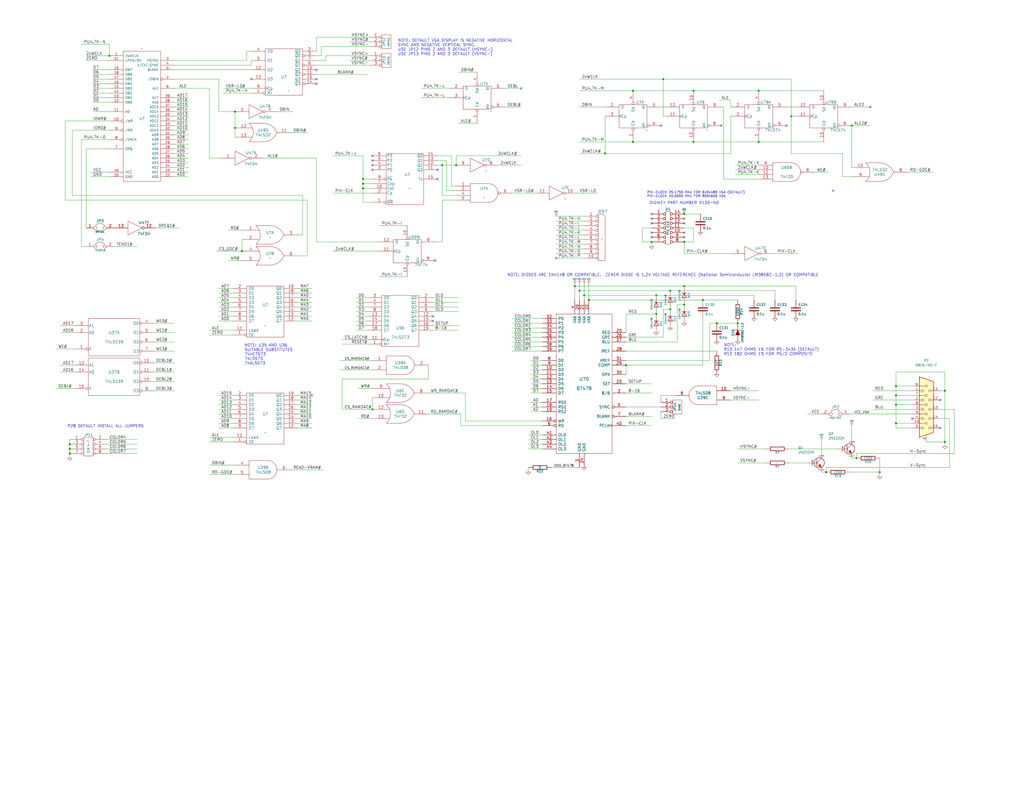
<source format=kicad_sch>
(kicad_sch (version 20211123) (generator eeschema)
  (paper "C")
  (junction (at 198.12 100.33))
  (junction (at 414.02 77.47))
  (junction (at 203.2 223.52))
  (junction (at 373.38 132.08))
  (junction (at 330.2 83.82))
  (junction (at 318.77 161.29))
  (junction (at 38.1 247.65))
  (junction (at 488.95 231.14))
  (junction (at 358.14 161.29))
  (junction (at 128.27 69.85))
  (junction (at 373.38 166.37))
  (junction (at 515.62 241.3))
  (junction (at 341.63 199.39))
  (junction (at 450.85 257.81))
  (junction (at 316.23 158.75))
  (junction (at 241.3 90.17))
  (junction (at 38.1 242.57))
  (junction (at 361.95 43.18))
  (junction (at 515.62 213.36))
  (junction (at 488.95 215.9))
  (junction (at 383.54 163.83))
  (junction (at 365.76 158.75))
  (junction (at 378.46 49.53))
  (junction (at 488.95 210.82))
  (junction (at 38.1 245.11))
  (junction (at 373.38 156.21))
  (junction (at 488.95 220.98))
  (junction (at 345.44 77.47))
  (junction (at 402.59 176.53))
  (junction (at 59.69 30.48))
  (junction (at 128.27 60.96))
  (junction (at 313.69 156.21))
  (junction (at 431.8 63.5))
  (junction (at 464.82 68.58))
  (junction (at 373.38 116.84))
  (junction (at 480.06 257.81))
  (junction (at 414.02 49.53))
  (junction (at 378.46 77.47))
  (junction (at 365.76 168.91))
  (junction (at 198.12 97.79))
  (junction (at 198.12 102.87))
  (junction (at 132.08 137.16))
  (junction (at 321.31 163.83))
  (junction (at 358.14 171.45))
  (junction (at 391.16 176.53))
  (junction (at 467.36 250.19))
  (junction (at 248.92 90.17))
  (junction (at 355.6 132.08))
  (junction (at 345.44 49.53))
  (no_connect (at 170.18 215.9))
  (no_connect (at 454.66 104.14))
  (no_connect (at 238.76 92.71))
  (no_connect (at 303.53 140.97))
  (no_connect (at 203.2 85.09))
  (no_connect (at 355.6 129.54))
  (no_connect (at 373.38 119.38))
  (no_connect (at 373.38 121.92))
  (no_connect (at 393.7 68.58))
  (no_connect (at 203.2 90.17))
  (no_connect (at 373.38 127))
  (no_connect (at 172.72 45.72))
  (no_connect (at 203.2 87.63))
  (no_connect (at 355.6 119.38))
  (no_connect (at 236.22 172.72))
  (no_connect (at 474.98 58.42))
  (no_connect (at 355.6 116.84))
  (no_connect (at 373.38 129.54))
  (no_connect (at 513.08 233.68))
  (no_connect (at 497.84 228.6))
  (no_connect (at 284.48 48.26))
  (no_connect (at 355.6 127))
  (no_connect (at 238.76 97.79))
  (no_connect (at 513.08 218.44))
  (no_connect (at 172.72 38.1))
  (no_connect (at 236.22 175.26))
  (no_connect (at 172.72 43.18))
  (no_connect (at 429.26 68.58))
  (no_connect (at 355.6 121.92))
  (no_connect (at 137.16 43.18))
  (no_connect (at 203.2 92.71))
  (no_connect (at 237.49 142.24))
  (no_connect (at 360.68 68.58))
  (wire (pts (xy 95.25 63.5) (xy 102.87 63.5)))
  (wire (pts (xy 488.95 220.98) (xy 488.95 231.14)))
  (wire (pts (xy 295.91 184.15) (xy 279.4 184.15)))
  (wire (pts (xy 38.1 242.57) (xy 38.1 240.03)))
  (wire (pts (xy 30.48 212.09) (xy 40.64 212.09)))
  (wire (pts (xy 345.44 49.53) (xy 378.46 49.53)))
  (wire (pts (xy 341.63 222.25) (xy 360.68 222.25)))
  (wire (pts (xy 448.31 240.03) (xy 448.31 247.65)))
  (wire (pts (xy 203.2 102.87) (xy 198.12 102.87)))
  (wire (pts (xy 488.95 215.9) (xy 488.95 220.98)))
  (wire (pts (xy 194.31 175.26) (xy 200.66 175.26)))
  (wire (pts (xy 401.32 92.71) (xy 414.02 92.71)))
  (wire (pts (xy 431.8 63.5) (xy 431.8 83.82)))
  (wire (pts (xy 46.99 30.48) (xy 59.69 30.48)))
  (wire (pts (xy 241.3 106.68) (xy 248.92 106.68)))
  (wire (pts (xy 137.16 38.1) (xy 95.25 38.1)))
  (wire (pts (xy 365.76 179.07) (xy 365.76 177.8)))
  (wire (pts (xy 50.8 43.18) (xy 59.69 43.18)))
  (wire (pts (xy 246.38 101.6) (xy 248.92 101.6)))
  (wire (pts (xy 378.46 49.53) (xy 414.02 49.53)))
  (wire (pts (xy 162.56 175.26) (xy 170.18 175.26)))
  (wire (pts (xy 271.78 90.17) (xy 284.48 90.17)))
  (wire (pts (xy 246.38 85.09) (xy 246.38 101.6)))
  (wire (pts (xy 313.69 156.21) (xy 313.69 163.83)))
  (wire (pts (xy 119.38 157.48) (xy 127 157.48)))
  (wire (pts (xy 350.52 124.46) (xy 350.52 132.08)))
  (wire (pts (xy 303.53 125.73) (xy 318.77 125.73)))
  (wire (pts (xy 167.64 109.22) (xy 167.64 139.7)))
  (wire (pts (xy 289.56 201.93) (xy 295.91 201.93)))
  (wire (pts (xy 127 238.76) (xy 114.3 238.76)))
  (wire (pts (xy 260.35 67.31) (xy 250.19 67.31)))
  (wire (pts (xy 480.06 260.35) (xy 480.06 257.81)))
  (wire (pts (xy 127 241.3) (xy 114.3 241.3)))
  (wire (pts (xy 459.74 96.52) (xy 459.74 83.82)))
  (wire (pts (xy 132.08 125.73) (xy 124.46 125.73)))
  (wire (pts (xy 467.36 247.65) (xy 467.36 250.19)))
  (wire (pts (xy 44.45 134.62) (xy 46.99 134.62)))
  (wire (pts (xy 250.19 167.64) (xy 236.22 167.64)))
  (wire (pts (xy 295.91 186.69) (xy 279.4 186.69)))
  (wire (pts (xy 95.25 33.02) (xy 134.62 33.02)))
  (wire (pts (xy 39.37 106.68) (xy 39.37 71.12)))
  (wire (pts (xy 134.62 27.94) (xy 137.16 27.94)))
  (wire (pts (xy 160.02 60.96) (xy 151.13 60.96)))
  (wire (pts (xy 361.95 63.5) (xy 361.95 43.18)))
  (wire (pts (xy 128.27 254) (xy 114.3 254)))
  (wire (pts (xy 95.25 68.58) (xy 102.87 68.58)))
  (wire (pts (xy 120.65 86.36) (xy 114.3 86.36)))
  (wire (pts (xy 360.68 215.9) (xy 360.68 219.71)))
  (wire (pts (xy 463.55 257.81) (xy 480.06 257.81)))
  (wire (pts (xy 172.72 20.32) (xy 172.72 27.94)))
  (wire (pts (xy 95.25 71.12) (xy 102.87 71.12)))
  (wire (pts (xy 95.25 53.34) (xy 102.87 53.34)))
  (wire (pts (xy 119.38 220.98) (xy 127 220.98)))
  (wire (pts (xy 355.6 134.62) (xy 355.6 132.08)))
  (wire (pts (xy 59.69 60.96) (xy 50.8 60.96)))
  (wire (pts (xy 316.23 49.53) (xy 345.44 49.53)))
  (wire (pts (xy 497.84 218.44) (xy 476.25 218.44)))
  (wire (pts (xy 162.56 170.18) (xy 170.18 170.18)))
  (wire (pts (xy 497.84 226.06) (xy 463.55 226.06)))
  (wire (pts (xy 119.38 231.14) (xy 127 231.14)))
  (wire (pts (xy 233.68 199.39) (xy 233.68 207.01)))
  (wire (pts (xy 194.31 180.34) (xy 200.66 180.34)))
  (wire (pts (xy 118.11 137.16) (xy 132.08 137.16)))
  (wire (pts (xy 186.69 207.01) (xy 186.69 223.52)))
  (wire (pts (xy 303.53 130.81) (xy 318.77 130.81)))
  (wire (pts (xy 241.3 90.17) (xy 238.76 90.17)))
  (wire (pts (xy 119.38 60.96) (xy 128.27 60.96)))
  (wire (pts (xy 464.82 232.41) (xy 464.82 240.03)))
  (wire (pts (xy 295.91 173.99) (xy 279.4 173.99)))
  (wire (pts (xy 289.56 209.55) (xy 295.91 209.55)))
  (wire (pts (xy 289.56 222.25) (xy 295.91 222.25)))
  (wire (pts (xy 50.8 53.34) (xy 59.69 53.34)))
  (wire (pts (xy 365.76 160.02) (xy 365.76 158.75)))
  (wire (pts (xy 127 180.34) (xy 114.3 180.34)))
  (wire (pts (xy 295.91 191.77) (xy 279.4 191.77)))
  (wire (pts (xy 295.91 237.49) (xy 288.29 237.49)))
  (wire (pts (xy 162.56 157.48) (xy 170.18 157.48)))
  (wire (pts (xy 365.76 170.18) (xy 365.76 168.91)))
  (wire (pts (xy 251.46 226.06) (xy 251.46 232.41)))
  (wire (pts (xy 350.52 132.08) (xy 355.6 132.08)))
  (wire (pts (xy 121.92 50.8) (xy 137.16 50.8)))
  (wire (pts (xy 119.38 172.72) (xy 127 172.72)))
  (wire (pts (xy 44.45 24.13) (xy 59.69 24.13)))
  (wire (pts (xy 378.46 132.08) (xy 373.38 132.08)))
  (wire (pts (xy 119.38 160.02) (xy 127 160.02)))
  (wire (pts (xy 373.38 167.64) (xy 373.38 166.37)))
  (wire (pts (xy 452.12 93.98) (xy 444.5 93.98)))
  (wire (pts (xy 35.56 66.04) (xy 35.56 109.22)))
  (wire (pts (xy 368.3 215.9) (xy 360.68 215.9)))
  (wire (pts (xy 172.72 86.36) (xy 143.51 86.36)))
  (wire (pts (xy 383.54 163.83) (xy 402.59 163.83)))
  (wire (pts (xy 162.56 228.6) (xy 170.18 228.6)))
  (wire (pts (xy 318.77 161.29) (xy 318.77 163.83)))
  (wire (pts (xy 414.02 77.47) (xy 449.58 77.47)))
  (wire (pts (xy 198.12 100.33) (xy 198.12 97.79)))
  (wire (pts (xy 378.46 77.47) (xy 414.02 77.47)))
  (wire (pts (xy 361.95 168.91) (xy 361.95 184.15)))
  (wire (pts (xy 83.82 191.77) (xy 95.25 191.77)))
  (wire (pts (xy 440.69 252.73) (xy 430.53 252.73)))
  (wire (pts (xy 369.57 166.37) (xy 373.38 166.37)))
  (wire (pts (xy 254 229.87) (xy 295.91 229.87)))
  (wire (pts (xy 303.53 133.35) (xy 318.77 133.35)))
  (wire (pts (xy 341.63 171.45) (xy 341.63 181.61)))
  (wire (pts (xy 237.49 132.08) (xy 241.3 132.08)))
  (wire (pts (xy 198.12 100.33) (xy 203.2 100.33)))
  (wire (pts (xy 50.8 45.72) (xy 59.69 45.72)))
  (wire (pts (xy 289.56 219.71) (xy 295.91 219.71)))
  (wire (pts (xy 289.56 207.01) (xy 295.91 207.01)))
  (wire (pts (xy 358.14 181.61) (xy 358.14 180.34)))
  (wire (pts (xy 360.68 224.79) (xy 360.68 228.6)))
  (wire (pts (xy 254 214.63) (xy 254 229.87)))
  (wire (pts (xy 95.25 86.36) (xy 102.87 86.36)))
  (wire (pts (xy 358.14 161.29) (xy 411.48 161.29)))
  (wire (pts (xy 365.76 168.91) (xy 365.76 167.64)))
  (wire (pts (xy 464.82 91.44) (xy 464.82 68.58)))
  (wire (pts (xy 450.85 257.81) (xy 450.85 255.27)))
  (wire (pts (xy 83.82 181.61) (xy 95.25 181.61)))
  (wire (pts (xy 194.31 172.72) (xy 200.66 172.72)))
  (wire (pts (xy 260.35 39.37) (xy 250.19 39.37)))
  (wire (pts (xy 513.08 213.36) (xy 515.62 213.36)))
  (wire (pts (xy 30.48 190.5) (xy 40.64 190.5)))
  (wire (pts (xy 83.82 203.2) (xy 95.25 203.2)))
  (wire (pts (xy 289.56 199.39) (xy 295.91 199.39)))
  (wire (pts (xy 95.25 78.74) (xy 102.87 78.74)))
  (wire (pts (xy 321.31 154.94) (xy 321.31 163.83)))
  (wire (pts (xy 488.95 203.2) (xy 488.95 210.82)))
  (wire (pts (xy 35.56 109.22) (xy 167.64 109.22)))
  (wire (pts (xy 363.22 63.5) (xy 361.95 63.5)))
  (wire (pts (xy 434.34 163.83) (xy 434.34 156.21)))
  (wire (pts (xy 515.62 241.3) (xy 515.62 243.84)))
  (wire (pts (xy 429.26 58.42) (xy 434.34 58.42)))
  (wire (pts (xy 250.19 165.1) (xy 236.22 165.1)))
  (wire (pts (xy 488.95 210.82) (xy 488.95 215.9)))
  (wire (pts (xy 132.08 137.16) (xy 132.08 130.81)))
  (wire (pts (xy 186.69 185.42) (xy 200.66 185.42)))
  (wire (pts (xy 289.56 196.85) (xy 295.91 196.85)))
  (wire (pts (xy 95.25 76.2) (xy 102.87 76.2)))
  (wire (pts (xy 513.08 223.52) (xy 520.7 223.52)))
  (wire (pts (xy 95.25 91.44) (xy 102.87 91.44)))
  (wire (pts (xy 181.61 137.16) (xy 207.01 137.16)))
  (wire (pts (xy 289.56 212.09) (xy 295.91 212.09)))
  (wire (pts (xy 295.91 179.07) (xy 279.4 179.07)))
  (wire (pts (xy 132.08 142.24) (xy 124.46 142.24)))
  (wire (pts (xy 248.92 90.17) (xy 241.3 90.17)))
  (wire (pts (xy 318.77 154.94) (xy 318.77 161.29)))
  (wire (pts (xy 162.56 226.06) (xy 170.18 226.06)))
  (wire (pts (xy 119.38 223.52) (xy 127 223.52)))
  (wire (pts (xy 289.56 224.79) (xy 295.91 224.79)))
  (wire (pts (xy 495.3 93.98) (xy 509.27 93.98)))
  (wire (pts (xy 162.56 233.68) (xy 170.18 233.68)))
  (wire (pts (xy 313.69 154.94) (xy 313.69 156.21)))
  (wire (pts (xy 39.37 71.12) (xy 59.69 71.12)))
  (wire (pts (xy 358.14 162.56) (xy 358.14 161.29)))
  (wire (pts (xy 295.91 189.23) (xy 279.4 189.23)))
  (wire (pts (xy 392.43 54.61) (xy 398.78 54.61)))
  (wire (pts (xy 198.12 102.87) (xy 198.12 100.33)))
  (wire (pts (xy 373.38 176.53) (xy 373.38 175.26)))
  (wire (pts (xy 50.8 40.64) (xy 59.69 40.64)))
  (wire (pts (xy 497.84 213.36) (xy 476.25 213.36)))
  (wire (pts (xy 95.25 73.66) (xy 102.87 73.66)))
  (wire (pts (xy 316.23 58.42) (xy 330.2 58.42)))
  (wire (pts (xy 50.8 50.8) (xy 59.69 50.8)))
  (wire (pts (xy 303.53 138.43) (xy 318.77 138.43)))
  (wire (pts (xy 373.38 157.48) (xy 373.38 156.21)))
  (wire (pts (xy 186.69 187.96) (xy 200.66 187.96)))
  (wire (pts (xy 250.19 177.8) (xy 236.22 177.8)))
  (wire (pts (xy 515.62 203.2) (xy 515.62 213.36)))
  (wire (pts (xy 373.38 156.21) (xy 434.34 156.21)))
  (wire (pts (xy 162.56 167.64) (xy 170.18 167.64)))
  (wire (pts (xy 95.25 66.04) (xy 102.87 66.04)))
  (wire (pts (xy 165.1 128.27) (xy 165.1 106.68)))
  (wire (pts (xy 341.63 191.77) (xy 391.16 191.77)))
  (wire (pts (xy 59.69 93.98) (xy 49.53 93.98)))
  (wire (pts (xy 74.93 240.03) (xy 58.42 240.03)))
  (wire (pts (xy 289.56 214.63) (xy 295.91 214.63)))
  (wire (pts (xy 243.84 87.63) (xy 243.84 104.14)))
  (wire (pts (xy 185.42 201.93) (xy 203.2 201.93)))
  (wire (pts (xy 341.63 196.85) (xy 387.35 196.85)))
  (wire (pts (xy 128.27 69.85) (xy 128.27 60.96)))
  (wire (pts (xy 229.87 53.34) (xy 245.11 53.34)))
  (wire (pts (xy 119.38 175.26) (xy 127 175.26)))
  (wire (pts (xy 488.95 231.14) (xy 488.95 233.68)))
  (wire (pts (xy 275.59 48.26) (xy 284.48 48.26)))
  (wire (pts (xy 44.45 76.2) (xy 59.69 76.2)))
  (wire (pts (xy 464.82 68.58) (xy 474.98 68.58)))
  (wire (pts (xy 127 182.88) (xy 114.3 182.88)))
  (wire (pts (xy 289.56 204.47) (xy 295.91 204.47)))
  (wire (pts (xy 194.31 162.56) (xy 200.66 162.56)))
  (wire (pts (xy 450.85 255.27) (xy 518.16 255.27)))
  (wire (pts (xy 303.53 123.19) (xy 318.77 123.19)))
  (wire (pts (xy 162.56 223.52) (xy 170.18 223.52)))
  (wire (pts (xy 119.38 228.6) (xy 127 228.6)))
  (wire (pts (xy 459.74 96.52) (xy 464.82 96.52)))
  (wire (pts (xy 358.14 171.45) (xy 358.14 170.18)))
  (wire (pts (xy 162.56 162.56) (xy 170.18 162.56)))
  (wire (pts (xy 83.82 186.69) (xy 95.25 186.69)))
  (wire (pts (xy 172.72 33.02) (xy 177.8 33.02)))
  (wire (pts (xy 198.12 110.49) (xy 198.12 102.87)))
  (wire (pts (xy 74.93 242.57) (xy 58.42 242.57)))
  (wire (pts (xy 430.53 245.11) (xy 457.2 245.11)))
  (wire (pts (xy 303.53 140.97) (xy 318.77 140.97)))
  (wire (pts (xy 411.48 163.83) (xy 411.48 161.29)))
  (wire (pts (xy 474.98 58.42) (xy 464.82 58.42)))
  (wire (pts (xy 97.79 124.46) (xy 85.09 124.46)))
  (wire (pts (xy 74.93 247.65) (xy 58.42 247.65)))
  (wire (pts (xy 341.63 186.69) (xy 369.57 186.69)))
  (wire (pts (xy 119.38 170.18) (xy 127 170.18)))
  (wire (pts (xy 422.91 158.75) (xy 422.91 163.83)))
  (wire (pts (xy 172.72 30.48) (xy 175.26 30.48)))
  (wire (pts (xy 95.25 43.18) (xy 119.38 43.18)))
  (wire (pts (xy 440.69 226.06) (xy 448.31 226.06)))
  (wire (pts (xy 121.92 48.26) (xy 137.16 48.26)))
  (wire (pts (xy 417.83 245.11) (xy 402.59 245.11)))
  (wire (pts (xy 38.1 247.65) (xy 38.1 245.11)))
  (wire (pts (xy 288.29 255.27) (xy 288.29 257.81)))
  (wire (pts (xy 300.99 255.27) (xy 316.23 255.27)))
  (wire (pts (xy 330.2 83.82) (xy 316.23 83.82)))
  (wire (pts (xy 83.82 213.36) (xy 95.25 213.36)))
  (wire (pts (xy 38.1 250.19) (xy 38.1 247.65)))
  (wire (pts (xy 284.48 85.09) (xy 248.92 85.09)))
  (wire (pts (xy 394.97 97.79) (xy 414.02 97.79)))
  (wire (pts (xy 497.84 223.52) (xy 476.25 223.52)))
  (wire (pts (xy 233.68 214.63) (xy 254 214.63)))
  (wire (pts (xy 414.02 213.36) (xy 398.78 213.36)))
  (wire (pts (xy 46.99 81.28) (xy 59.69 81.28)))
  (wire (pts (xy 203.2 105.41) (xy 181.61 105.41)))
  (wire (pts (xy 250.19 170.18) (xy 236.22 170.18)))
  (wire (pts (xy 243.84 104.14) (xy 248.92 104.14)))
  (wire (pts (xy 114.3 259.08) (xy 128.27 259.08)))
  (wire (pts (xy 175.26 25.4) (xy 201.93 25.4)))
  (wire (pts (xy 313.69 156.21) (xy 373.38 156.21)))
  (wire (pts (xy 172.72 35.56) (xy 201.93 35.56)))
  (wire (pts (xy 398.78 54.61) (xy 398.78 58.42)))
  (wire (pts (xy 250.19 180.34) (xy 236.22 180.34)))
  (wire (pts (xy 387.35 176.53) (xy 391.16 176.53)))
  (wire (pts (xy 361.95 43.18) (xy 431.8 43.18)))
  (wire (pts (xy 134.62 33.02) (xy 134.62 27.94)))
  (wire (pts (xy 203.2 212.09) (xy 195.58 212.09)))
  (wire (pts (xy 167.64 139.7) (xy 162.56 139.7)))
  (wire (pts (xy 177.8 30.48) (xy 201.93 30.48)))
  (wire (pts (xy 355.6 209.55) (xy 341.63 209.55)))
  (wire (pts (xy 203.2 228.6) (xy 195.58 228.6)))
  (wire (pts (xy 172.72 132.08) (xy 207.01 132.08)))
  (wire (pts (xy 383.54 199.39) (xy 341.63 199.39)))
  (wire (pts (xy 448.31 257.81) (xy 450.85 257.81)))
  (wire (pts (xy 341.63 227.33) (xy 355.6 227.33)))
  (wire (pts (xy 162.56 165.1) (xy 170.18 165.1)))
  (wire (pts (xy 46.99 33.02) (xy 59.69 33.02)))
  (wire (pts (xy 59.69 96.52) (xy 49.53 96.52)))
  (wire (pts (xy 33.02 177.8) (xy 40.64 177.8)))
  (wire (pts (xy 250.19 162.56) (xy 236.22 162.56)))
  (wire (pts (xy 373.38 166.37) (xy 373.38 165.1)))
  (wire (pts (xy 162.56 172.72) (xy 170.18 172.72)))
  (wire (pts (xy 165.1 106.68) (xy 39.37 106.68)))
  (wire (pts (xy 295.91 240.03) (xy 288.29 240.03)))
  (wire (pts (xy 119.38 218.44) (xy 127 218.44)))
  (wire (pts (xy 241.3 109.22) (xy 248.92 109.22)))
  (wire (pts (xy 201.93 33.02) (xy 190.5 33.02)))
  (wire (pts (xy 194.31 170.18) (xy 200.66 170.18)))
  (wire (pts (xy 74.93 245.11) (xy 58.42 245.11)))
  (wire (pts (xy 158.75 256.54) (xy 176.53 256.54)))
  (wire (pts (xy 119.38 43.18) (xy 119.38 60.96)))
  (wire (pts (xy 238.76 87.63) (xy 243.84 87.63)))
  (wire (pts (xy 38.1 245.11) (xy 38.1 242.57)))
  (wire (pts (xy 248.92 85.09) (xy 248.92 90.17)))
  (wire (pts (xy 520.7 247.65) (xy 467.36 247.65)))
  (wire (pts (xy 233.68 226.06) (xy 251.46 226.06)))
  (wire (pts (xy 162.56 160.02) (xy 170.18 160.02)))
  (wire (pts (xy 303.53 128.27) (xy 318.77 128.27)))
  (wire (pts (xy 74.93 134.62) (xy 62.23 134.62)))
  (wire (pts (xy 378.46 124.46) (xy 378.46 132.08)))
  (wire (pts (xy 95.25 96.52) (xy 102.87 96.52)))
  (wire (pts (xy 162.56 218.44) (xy 170.18 218.44)))
  (wire (pts (xy 355.6 214.63) (xy 341.63 214.63)))
  (wire (pts (xy 488.95 215.9) (xy 497.84 215.9)))
  (wire (pts (xy 44.45 76.2) (xy 44.45 134.62)))
  (wire (pts (xy 59.69 30.48) (xy 59.69 24.13)))
  (wire (pts (xy 95.25 88.9) (xy 102.87 88.9)))
  (wire (pts (xy 114.3 86.36) (xy 114.3 48.26)))
  (wire (pts (xy 114.3 48.26) (xy 95.25 48.26)))
  (wire (pts (xy 360.68 58.42) (xy 363.22 58.42)))
  (wire (pts (xy 95.25 55.88) (xy 102.87 55.88)))
  (wire (pts (xy 373.38 124.46) (xy 378.46 124.46)))
  (wire (pts (xy 119.38 233.68) (xy 127 233.68)))
  (wire (pts (xy 33.02 181.61) (xy 40.64 181.61)))
  (wire (pts (xy 365.76 158.75) (xy 422.91 158.75)))
  (wire (pts (xy 360.68 228.6) (xy 368.3 228.6)))
  (wire (pts (xy 488.95 233.68) (xy 497.84 233.68)))
  (wire (pts (xy 318.77 161.29) (xy 358.14 161.29)))
  (wire (pts (xy 119.38 167.64) (xy 127 167.64)))
  (wire (pts (xy 83.82 198.12) (xy 95.25 198.12)))
  (wire (pts (xy 241.3 132.08) (xy 241.3 109.22)))
  (wire (pts (xy 431.8 83.82) (xy 459.74 83.82)))
  (wire (pts (xy 401.32 90.17) (xy 414.02 90.17)))
  (wire (pts (xy 358.14 171.45) (xy 341.63 171.45)))
  (wire (pts (xy 95.25 81.28) (xy 102.87 81.28)))
  (wire (pts (xy 414.02 49.53) (xy 449.58 49.53)))
  (wire (pts (xy 497.84 210.82) (xy 488.95 210.82)))
  (wire (pts (xy 316.23 77.47) (xy 345.44 77.47)))
  (wire (pts (xy 515.62 213.36) (xy 515.62 241.3)))
  (wire (pts (xy 520.7 223.52) (xy 520.7 247.65)))
  (wire (pts (xy 203.2 110.49) (xy 198.12 110.49)))
  (wire (pts (xy 518.16 255.27) (xy 518.16 228.6)))
  (wire (pts (xy 314.96 105.41) (xy 326.39 105.41)))
  (wire (pts (xy 198.12 85.09) (xy 181.61 85.09)))
  (wire (pts (xy 480.06 257.81) (xy 480.06 250.19)))
  (wire (pts (xy 185.42 196.85) (xy 203.2 196.85)))
  (wire (pts (xy 361.95 184.15) (xy 341.63 184.15)))
  (wire (pts (xy 373.38 138.43) (xy 398.78 138.43)))
  (wire (pts (xy 162.56 128.27) (xy 165.1 128.27)))
  (wire (pts (xy 172.72 40.64) (xy 200.66 40.64)))
  (wire (pts (xy 355.6 124.46) (xy 350.52 124.46)))
  (wire (pts (xy 391.16 176.53) (xy 402.59 176.53)))
  (wire (pts (xy 229.87 48.26) (xy 245.11 48.26)))
  (wire (pts (xy 295.91 242.57) (xy 288.29 242.57)))
  (wire (pts (xy 387.35 196.85) (xy 387.35 176.53)))
  (wire (pts (xy 203.2 223.52) (xy 203.2 217.17)))
  (wire (pts (xy 241.3 90.17) (xy 241.3 106.68)))
  (wire (pts (xy 369.57 166.37) (xy 369.57 186.69)))
  (wire (pts (xy 431.8 63.5) (xy 434.34 63.5)))
  (wire (pts (xy 515.62 203.2) (xy 488.95 203.2)))
  (wire (pts (xy 303.53 120.65) (xy 318.77 120.65)))
  (wire (pts (xy 330.2 63.5) (xy 330.2 83.82)))
  (wire (pts (xy 201.93 20.32) (xy 172.72 20.32)))
  (wire (pts (xy 382.27 116.84) (xy 373.38 116.84)))
  (wire (pts (xy 194.31 167.64) (xy 200.66 167.64)))
  (wire (pts (xy 358.14 172.72) (xy 358.14 171.45)))
  (wire (pts (xy 365.76 168.91) (xy 361.95 168.91)))
  (wire (pts (xy 251.46 232.41) (xy 295.91 232.41)))
  (wire (pts (xy 50.8 48.26) (xy 59.69 48.26)))
  (wire (pts (xy 321.31 163.83) (xy 383.54 163.83)))
  (wire (pts (xy 59.69 66.04) (xy 35.56 66.04)))
  (wire (pts (xy 431.8 43.18) (xy 431.8 63.5)))
  (wire (pts (xy 238.76 85.09) (xy 246.38 85.09)))
  (wire (pts (xy 198.12 97.79) (xy 198.12 85.09)))
  (wire (pts (xy 46.99 81.28) (xy 46.99 124.46)))
  (wire (pts (xy 222.25 151.13) (xy 207.01 151.13)))
  (wire (pts (xy 194.31 165.1) (xy 200.66 165.1)))
  (wire (pts (xy 95.25 60.96) (xy 102.87 60.96)))
  (wire (pts (xy 488.95 231.14) (xy 497.84 231.14)))
  (wire (pts (xy 341.63 199.39) (xy 341.63 204.47)))
  (wire (pts (xy 383.54 173.99) (xy 383.54 199.39)))
  (wire (pts (xy 50.8 55.88) (xy 59.69 55.88)))
  (wire (pts (xy 137.16 35.56) (xy 137.16 33.02)))
  (wire (pts (xy 295.91 181.61) (xy 279.4 181.61)))
  (wire (pts (xy 194.31 177.8) (xy 200.66 177.8)))
  (wire (pts (xy 316.23 158.75) (xy 365.76 158.75)))
  (wire (pts (xy 162.56 215.9) (xy 170.18 215.9)))
  (wire (pts (xy 341.63 232.41) (xy 355.6 232.41)))
  (wire (pts (xy 33.02 199.39) (xy 40.64 199.39)))
  (wire (pts (xy 421.64 138.43) (xy 435.61 138.43)))
  (wire (pts (xy 95.25 58.42) (xy 102.87 58.42)))
  (wire (pts (xy 467.36 250.19) (xy 464.82 250.19)))
  (wire (pts (xy 414.02 95.25) (xy 401.32 95.25)))
  (wire (pts (xy 172.72 132.08) (xy 172.72 86.36)))
  (wire (pts (xy 316.23 163.83) (xy 316.23 158.75)))
  (wire (pts (xy 316.23 158.75) (xy 316.23 154.94)))
  (wire (pts (xy 119.38 165.1) (xy 127 165.1)))
  (wire (pts (xy 33.02 203.2) (xy 40.64 203.2)))
  (wire (pts (xy 95.25 35.56) (xy 137.16 35.56)))
  (wire (pts (xy 394.97 58.42) (xy 394.97 97.79)))
  (wire (pts (xy 398.78 83.82) (xy 330.2 83.82)))
  (wire (pts (xy 162.56 220.98) (xy 170.18 220.98)))
  (wire (pts (xy 83.82 176.53) (xy 95.25 176.53)))
  (wire (pts (xy 318.77 118.11) (xy 303.53 118.11)))
  (wire (pts (xy 275.59 58.42) (xy 284.48 58.42)))
  (wire (pts (xy 292.1 105.41) (xy 279.4 105.41)))
  (wire (pts (xy 95.25 93.98) (xy 102.87 93.98)))
  (wire (pts (xy 203.2 97.79) (xy 198.12 97.79)))
  (wire (pts (xy 295.91 176.53) (xy 279.4 176.53)))
  (wire (pts (xy 201.93 22.86) (xy 190.5 22.86)))
  (wire (pts (xy 303.53 135.89) (xy 318.77 135.89)))
  (wire (pts (xy 316.23 43.18) (xy 361.95 43.18)))
  (wire (pts (xy 233.68 207.01) (xy 186.69 207.01)))
  (wire (pts (xy 175.26 30.48) (xy 175.26 25.4)))
  (wire (pts (xy 95.25 83.82) (xy 102.87 83.82)))
  (wire (pts (xy 414.02 218.44) (xy 398.78 218.44)))
  (wire (pts (xy 417.83 252.73) (xy 402.59 252.73)))
  (wire (pts (xy 295.91 245.11) (xy 288.29 245.11)))
  (wire (pts (xy 50.8 38.1) (xy 59.69 38.1)))
  (wire (pts (xy 345.44 77.47) (xy 378.46 77.47)))
  (wire (pts (xy 505.46 241.3) (xy 515.62 241.3)))
  (wire (pts (xy 488.95 220.98) (xy 497.84 220.98)))
  (wire (pts (xy 119.38 215.9) (xy 127 215.9)))
  (wire (pts (xy 162.56 231.14) (xy 170.18 231.14)))
  (wire (pts (xy 83.82 208.28) (xy 95.25 208.28)))
  (wire (pts (xy 393.7 58.42) (xy 394.97 58.42)))
  (wire (pts (xy 119.38 162.56) (xy 127 162.56)))
  (wire (pts (xy 518.16 228.6) (xy 513.08 228.6)))
  (wire (pts (xy 373.38 132.08) (xy 373.38 138.43)))
  (wire (pts (xy 186.69 223.52) (xy 203.2 223.52)))
  (wire (pts (xy 119.38 226.06) (xy 127 226.06)))
  (wire (pts (xy 128.27 74.93) (xy 128.27 69.85)))
  (wire (pts (xy 222.25 123.19) (xy 207.01 123.19)))
  (wire (pts (xy 398.78 63.5) (xy 398.78 83.82)))
  (wire (pts (xy 158.75 72.39) (xy 167.64 72.39)))
  (wire (pts (xy 177.8 33.02) (xy 177.8 30.48)))
  (text "NOTE: DEFAULT VGA DISPLAY IS NEGATIVE HORIZONTAL \nSYNC AND NEGATIVE VERTICAL SYNC.\nUSE JP12 PINS 2 AND 3 DEFAULT (HSYNC-)\nUSE JP13 PINS 2 AND 3 DEFAULT (VSYNC-)" (at 217.17 30.48 0) (effects (font (size 1.524 1.524)) (justify left bottom)))
  (text "P28 DEFAULT INSTALL ALL JUMPERS" (at 36.83 233.68 0) (effects (font (size 1.524 1.524)) (justify left bottom)))
  (text "NOTE: \nR13 147 OHMS 1% FOR RS-343A (DEFAULT)\nR13 182 OHMS 1% FOR PS/2 COMPOSITE" (at 394.97 194.31 0) (effects (font (size 1.524 1.524)) (justify left bottom)))
  (text "DIGIKEY PART NUMBER X130-ND" (at 354.33 111.76 0) (effects (font (size 1.524 1.524)) (justify left bottom)))
  (text "NOTE: U35 AND U36\nSUITABLE SUBSTITUTES\n74HCT573\n74LS573\n74ALS573 " (at 133.35 199.39 0) (effects (font (size 1.524 1.524)) (justify left bottom)))
  (text "PIX-CLOCK 25.1750 MHz FOR 640x480 VGA (DEFAULT)\nPIX-CLOCK 40.0000 MHz FOR 800x600 VGA" (at 353.06 107.95 0) (effects (font (size 1.27 1.27)) (justify left bottom)))
  (text "NOTE: DIODES ARE 1N4148 OR COMPATIBLE.  ZENER DIODE IS 1.2V VOLTAGE REFERENCE (National Semiconductor LM385BZ-1.2) OR COMPATIBLE" (at 276.86 151.13 0) (effects (font (size 1.524 1.524)) (justify left bottom)))
  (label "DEBL#" (at 31.75 212.09 0) (effects (font (size 1.524 1.524))))
  (label "WR_RAMDAC#" (at 234.95 214.63 0) (effects (font (size 1.524 1.524))))
  (label "D6" (at 195.58 177.8 0) (effects (font (size 1.524 1.524))))
  (label "WE3#" (at 85.09 191.77 0) (effects (font (size 1.524 1.524))))
  (label "WE#" (at 31.75 190.5 0) (effects (font (size 1.524 1.524))))
  (label "DEBL0#" (at 85.09 198.12 0) (effects (font (size 1.524 1.524))))
  (label "ALE#" (at 146.05 86.36 0) (effects (font (size 1.524 1.524))))
  (label "COLOR6" (at 280.67 189.23 0) (effects (font (size 1.524 1.524))))
  (label "D0" (at 50.8 55.88 0) (effects (font (size 1.524 1.524))))
  (label "GND" (at 50.8 96.52 0) (effects (font (size 1.524 1.524))))
  (label "V-Sync" (at 496.57 255.27 0) (effects (font (size 1.524 1.524))))
  (label "AD4" (at 96.52 86.36 0) (effects (font (size 1.524 1.524))))
  (label "AD0" (at 120.65 175.26 0) (effects (font (size 1.524 1.524))))
  (label "PU4.7K-N" (at 45.72 24.13 0) (effects (font (size 1.524 1.524))))
  (label "COLOR5" (at 280.67 186.69 0) (effects (font (size 1.524 1.524))))
  (label "VCC" (at 442.722 226.06 0) (effects (font (size 1.524 1.524))))
  (label "2xWCLK#" (at 271.78 85.09 0) (effects (font (size 1.524 1.524))))
  (label "ALE#" (at 251.46 67.31 0) (effects (font (size 1.524 1.524))))
  (label "AD17" (at 34.29 199.39 0) (effects (font (size 1.524 1.524))))
  (label "DBIN#" (at 160.02 72.39 0) (effects (font (size 1.524 1.524))))
  (label "OL2" (at 237.49 167.64 0) (effects (font (size 1.524 1.524))))
  (label "OL1" (at 237.49 165.1 0) (effects (font (size 1.524 1.524))))
  (label "D1" (at 50.8 53.34 0) (effects (font (size 1.524 1.524))))
  (label "VSR-LD#" (at 123.19 48.26 0) (effects (font (size 1.524 1.524))))
  (label "AD1" (at 96.52 93.98 0) (effects (font (size 1.524 1.524))))
  (label "MA8" (at 163.83 233.68 0) (effects (font (size 1.524 1.524))))
  (label "BLU" (at 477.52 223.52 0) (effects (font (size 1.524 1.524))))
  (label "PU4.7K-L" (at 231.14 53.34 0) (effects (font (size 1.524 1.524))))
  (label "DEBL1#" (at 85.09 203.2 0) (effects (font (size 1.524 1.524))))
  (label "PU4.7K-I" (at 304.8 123.19 0) (effects (font (size 1.524 1.524))))
  (label "PU4.7K-M" (at 317.5 77.47 0) (effects (font (size 1.524 1.524))))
  (label "COLOR3" (at 280.67 181.61 0) (effects (font (size 1.524 1.524))))
  (label "OL3" (at 289.56 245.11 0) (effects (font (size 1.524 1.524))))
  (label "8-16" (at 237.49 180.34 0) (effects (font (size 1.524 1.524))))
  (label "AD6" (at 120.65 160.02 0) (effects (font (size 1.524 1.524))))
  (label "CS_RAMDAC0#" (at 187.96 196.85 0))
  (label "MA11" (at 163.83 226.06 0) (effects (font (size 1.524 1.524))))
  (label "HSYNC+" (at 191.77 20.32 0) (effects (font (size 1.524 1.524))))
  (label "ZERO" (at 115.57 241.3 0) (effects (font (size 1.524 1.524))))
  (label "COLOR0" (at 280.67 173.99 0) (effects (font (size 1.524 1.524))))
  (label "AD4" (at 120.65 165.1 0) (effects (font (size 1.524 1.524))))
  (label "PU4.7K-O" (at 45.72 76.2 0) (effects (font (size 1.524 1.524))))
  (label "AD11" (at 120.65 226.06 0) (effects (font (size 1.524 1.524))))
  (label "AD9" (at 120.65 231.14 0) (effects (font (size 1.524 1.524))))
  (label "AD14" (at 96.52 60.96 0) (effects (font (size 1.524 1.524))))
  (label "MA4" (at 163.83 165.1 0) (effects (font (size 1.524 1.524))))
  (label "AD16" (at 96.52 55.88 0) (effects (font (size 1.524 1.524))))
  (label "RD-GDC#" (at 115.57 259.08 0) (effects (font (size 1.524 1.524))))
  (label "D5" (at 50.8 43.18 0) (effects (font (size 1.524 1.524))))
  (label "AD6" (at 96.52 81.28 0) (effects (font (size 1.524 1.524))))
  (label "PU4.7K-N" (at 304.8 135.89 0) (effects (font (size 1.524 1.524))))
  (label "COLOR1" (at 280.67 176.53 0) (effects (font (size 1.524 1.524))))
  (label "AD16" (at 34.29 181.61 0) (effects (font (size 1.524 1.524))))
  (label "AD0" (at 96.52 96.52 0) (effects (font (size 1.524 1.524))))
  (label "DBIN" (at 317.5 58.42 0) (effects (font (size 1.524 1.524))))
  (label "MA12" (at 163.83 223.52 0) (effects (font (size 1.524 1.524))))
  (label "DBIN#" (at 251.46 39.37 0) (effects (font (size 1.524 1.524))))
  (label "BLU" (at 342.9 186.69 0) (effects (font (size 1.524 1.524))))
  (label "PU4.7K-M" (at 317.5 49.53 0) (effects (font (size 1.524 1.524))))
  (label "2xWCLK" (at 273.05 90.17 0) (effects (font (size 1.524 1.524))))
  (label "COLOR6" (at 59.69 245.11 0) (effects (font (size 1.524 1.524))))
  (label "D7" (at 195.58 180.34 0) (effects (font (size 1.524 1.524))))
  (label "PIX-CLK" (at 182.88 105.41 0) (effects (font (size 1.524 1.524))))
  (label "AD16" (at 34.29 203.2 0) (effects (font (size 1.524 1.524))))
  (label "A0" (at 290.83 219.71 0) (effects (font (size 1.524 1.524))))
  (label "D3" (at 290.83 204.47 0) (effects (font (size 1.524 1.524))))
  (label "WR#" (at 125.73 142.24 0) (effects (font (size 1.524 1.524))))
  (label "COLOR7" (at 59.69 247.65 0) (effects (font (size 1.524 1.524))))
  (label "AD13" (at 120.65 220.98 0) (effects (font (size 1.524 1.524))))
  (label "PU4.7K-I" (at 208.28 151.13 0) (effects (font (size 1.524 1.524))))
  (label "D4" (at 195.58 172.72 0) (effects (font (size 1.524 1.524))))
  (label "ALE2" (at 466.09 58.42 0) (effects (font (size 1.524 1.524))))
  (label "D7" (at 50.8 38.1 0) (effects (font (size 1.524 1.524))))
  (label "D4" (at 50.8 45.72 0) (effects (font (size 1.524 1.524))))
  (label "8-16" (at 342.9 214.63 0) (effects (font (size 1.524 1.524))))
  (label "AD13" (at 96.52 63.5 0) (effects (font (size 1.524 1.524))))
  (label "PU4.7K-H" (at 304.8 120.65 0) (effects (font (size 1.524 1.524))))
  (label "VSYNC#" (at 403.86 252.73 0) (effects (font (size 1.524 1.524))))
  (label "VSYNC#" (at 191.77 33.02 0) (effects (font (size 1.524 1.524))))
  (label "A1" (at 290.83 222.25 0) (effects (font (size 1.524 1.524))))
  (label "COLOR7" (at 280.67 191.77 0) (effects (font (size 1.524 1.524))))
  (label "GRE" (at 477.52 218.44 0) (effects (font (size 1.524 1.524))))
  (label "AD15" (at 96.52 58.42 0) (effects (font (size 1.524 1.524))))
  (label "PU4.7K-K" (at 402.59 90.17 0) (effects (font (size 1.524 1.524))))
  (label "WR#" (at 196.85 212.09 0) (effects (font (size 1.524 1.524))))
  (label "AD14" (at 120.65 218.44 0) (effects (font (size 1.524 1.524))))
  (label "WE1#" (at 85.09 181.61 0) (effects (font (size 1.524 1.524))))
  (label "RED" (at 477.52 213.36 0) (effects (font (size 1.524 1.524))))
  (label "MA1" (at 163.83 172.72 0) (effects (font (size 1.524 1.524))))
  (label "PU4.7K-K" (at 304.8 128.27 0) (effects (font (size 1.524 1.524))))
  (label "HSYNC#" (at 403.86 245.11 0) (effects (font (size 1.524 1.524))))
  (label "AD7" (at 96.52 78.74 0) (effects (font (size 1.524 1.524))))
  (label "ZERO" (at 115.57 182.88 0) (effects (font (size 1.524 1.524))))
  (label "D3" (at 195.58 170.18 0) (effects (font (size 1.524 1.524))))
  (label "RD#" (at 196.85 228.6 0) (effects (font (size 1.524 1.524))))
  (label "COLOR2" (at 280.67 179.07 0) (effects (font (size 1.524 1.524))))
  (label "D2" (at 195.58 167.64 0) (effects (font (size 1.524 1.524))))
  (label "HSYNC-" (at 191.77 25.4 0) (effects (font (size 1.524 1.524))))
  (label "2xWCLK" (at 317.5 43.18 0) (effects (font (size 1.524 1.524))))
  (label "VSYNC-" (at 191.77 35.56 0) (effects (font (size 1.524 1.524))))
  (label "AD10" (at 96.52 71.12 0) (effects (font (size 1.524 1.524))))
  (label "RED" (at 342.9 171.45 0) (effects (font (size 1.524 1.524))))
  (label "COLOR4" (at 59.69 240.03 0) (effects (font (size 1.524 1.524))))
  (label "VCC_VGA" (at 466.09 226.06 0))
  (label "D0" (at 290.83 196.85 0) (effects (font (size 1.524 1.524))))
  (label "AD3" (at 96.52 88.9 0) (effects (font (size 1.524 1.524))))
  (label "WE2#" (at 85.09 186.69 0) (effects (font (size 1.524 1.524))))
  (label "AD17" (at 34.29 177.8 0) (effects (font (size 1.524 1.524))))
  (label "D2" (at 290.83 201.93 0) (effects (font (size 1.524 1.524))))
  (label "ALE2#" (at 466.09 68.58 0) (effects (font (size 1.524 1.524))))
  (label "AD5" (at 96.52 83.82 0) (effects (font (size 1.524 1.524))))
  (label "DEBL#" (at 276.86 58.42 0) (effects (font (size 1.524 1.524))))
  (label "VCC" (at 50.8 93.98 0) (effects (font (size 1.524 1.524))))
  (label "CS_RAMDAC1#" (at 187.96 201.93 0))
  (label "DEBL" (at 276.86 48.26 0) (effects (font (size 1.524 1.524))))
  (label "PU4.7K-P" (at 304.8 140.97 0) (effects (font (size 1.524 1.524))))
  (label "AD11" (at 96.52 68.58 0) (effects (font (size 1.524 1.524))))
  (label "MA2" (at 163.83 170.18 0) (effects (font (size 1.524 1.524))))
  (label "2xWCLK#" (at 402.59 92.71 0) (effects (font (size 1.524 1.524))))
  (label "D4" (at 290.83 207.01 0) (effects (font (size 1.524 1.524))))
  (label "AD12" (at 96.52 66.04 0) (effects (font (size 1.524 1.524))))
  (label "AD17" (at 96.52 53.34 0) (effects (font (size 1.524 1.524))))
  (label "BLANK#" (at 184.15 40.64 0) (effects (font (size 1.524 1.524))))
  (label "PU4.7K-O" (at 304.8 138.43 0) (effects (font (size 1.524 1.524))))
  (label "RD#" (at 125.73 125.73 0) (effects (font (size 1.524 1.524))))
  (label "ALE" (at 115.57 180.34 0) (effects (font (size 1.524 1.524))))
  (label "D5" (at 290.83 209.55 0) (effects (font (size 1.524 1.524))))
  (label "GRE" (at 342.9 184.15 0) (effects (font (size 1.524 1.524))))
  (label "AD8" (at 96.52 76.2 0) (effects (font (size 1.524 1.524))))
  (label "ALE" (at 97.79 48.26 0) (effects (font (size 1.524 1.524))))
  (label "PU4.7K-M" (at 304.8 133.35 0) (effects (font (size 1.524 1.524))))
  (label "AD9" (at 96.52 73.66 0) (effects (font (size 1.524 1.524))))
  (label "SETUP" (at 237.49 177.8 0) (effects (font (size 1.524 1.524))))
  (label "MA13" (at 163.83 220.98 0) (effects (font (size 1.524 1.524))))
  (label "MA14" (at 163.83 218.44 0) (effects (font (size 1.524 1.524))))
  (label "AD2" (at 96.52 91.44 0) (effects (font (size 1.524 1.524))))
  (label "PU4.7K-L" (at 231.14 48.26 0) (effects (font (size 1.524 1.524))))
  (label "ALE" (at 393.7 54.61 0) (effects (font (size 1.524 1.524))))
  (label "WE#" (at 445.77 93.98 0) (effects (font (size 1.524 1.524))))
  (label "D5" (at 195.58 175.26 0) (effects (font (size 1.524 1.524))))
  (label "VSR-LD" (at 316.23 105.41 0) (effects (font (size 1.524 1.524))))
  (label "H-Sync" (at 496.57 247.65 0) (effects (font (size 1.524 1.524))))
  (label "VSR-LD#" (at 280.67 105.41 0) (effects (font (size 1.524 1.524))))
  (label "HSYNC#" (at 191.77 22.86 0) (effects (font (size 1.524 1.524))))
  (label "DEBL3#" (at 85.09 213.36 0) (effects (font (size 1.524 1.524))))
  (label "ZERO" (at 361.95 228.6 0) (effects (font (size 1.524 1.524))))
  (label "RD_RAMDAC#" (at 234.95 226.06 0) (effects (font (size 1.524 1.524))))
  (label "OL2" (at 289.56 242.57 0) (effects (font (size 1.524 1.524))))
  (label "AD2" (at 120.65 170.18 0) (effects (font (size 1.524 1.524))))
  (label "D1" (at 290.83 199.39 0) (effects (font (size 1.524 1.524))))
  (label "AD12" (at 120.65 223.52 0) (effects (font (size 1.524 1.524))))
  (label "SETUP" (at 342.9 209.55 0) (effects (font (size 1.524 1.524))))
  (label "MA0" (at 163.83 175.26 0) (effects (font (size 1.524 1.524))))
  (label "ZERO" (at 46.99 33.02 0) (effects (font (size 1.524 1.524))))
  (label "DBIN" (at 152.4 60.96 0) (effects (font (size 1.524 1.524))))
  (label "BLANK#" (at 342.9 227.33 0) (effects (font (size 1.524 1.524))))
  (label "IORD#" (at 50.8 71.12 0) (effects (font (size 1.524 1.524))))
  (label "HSYNC-" (at 400.05 213.36 0) (effects (font (size 1.524 1.524))))
  (label "COLOR5" (at 59.69 242.57 0) (effects (font (size 1.524 1.524))))
  (label "DBIN#" (at 115.57 254 0) (effects (font (size 1.524 1.524))))
  (label "D1" (at 195.58 165.1 0) (effects (font (size 1.524 1.524))))
  (label "A2" (at 290.83 224.79 0) (effects (font (size 1.524 1.524))))
  (label "MA3" (at 163.83 167.64 0) (effects (font (size 1.524 1.524))))
  (label "2xWCLK" (at 46.99 30.48 0) (effects (font (size 1.524 1.524))))
  (label "DEBL2#" (at 85.09 208.28 0) (effects (font (size 1.524 1.524))))
  (label "MA10" (at 163.83 228.6 0) (effects (font (size 1.524 1.524))))
  (label "RESET#" (at 191.77 187.96 0) (effects (font (size 1.524 1.524))))
  (label "VSYNC-" (at 400.05 218.44 0) (effects (font (size 1.524 1.524))))
  (label "IOWR#" (at 50.8 66.04 0) (effects (font (size 1.524 1.524))))
  (label "VSYNC+" (at 191.77 30.48 0) (effects (font (size 1.524 1.524))))
  (label "OL3" (at 237.49 170.18 0) (effects (font (size 1.524 1.524))))
  (label "D0" (at 195.58 162.56 0) (effects (font (size 1.524 1.524))))
  (label "AD1" (at 120.65 172.72 0) (effects (font (size 1.524 1.524))))
  (label "PU4.7K-L" (at 304.8 130.81 0) (effects (font (size 1.524 1.524))))
  (label "D7" (at 290.83 214.63 0) (effects (font (size 1.524 1.524))))
  (label "PU4.7K-I" (at 208.28 123.19 0) (effects (font (size 1.524 1.524))))
  (label "OL0" (at 237.49 162.56 0) (effects (font (size 1.524 1.524))))
  (label "AD10" (at 120.65 228.6 0) (effects (font (size 1.524 1.524))))
  (label "PU4.7K-J" (at 182.88 85.09 0) (effects (font (size 1.524 1.524))))
  (label "AD5" (at 120.65 162.56 0) (effects (font (size 1.524 1.524))))
  (label "PU4.7K-J" (at 304.8 125.73 0) (effects (font (size 1.524 1.524))))
  (label "CS_LATCH#" (at 187.96 185.42 0) (effects (font (size 1.524 1.524))))
  (label "CS_GDC#" (at 119.38 137.16 0) (effects (font (size 1.524 1.524))))
  (label "READ-VRAM#" (at 160.02 256.54 0) (effects (font (size 1.524 1.524))))
  (label "2xWCLK#" (at 317.5 83.82 0) (effects (font (size 1.524 1.524))))
  (label "CS_RAMDAC#" (at 187.96 223.52 0) (effects (font (size 1.524 1.524))))
  (label "DREQ1#" (at 86.36 124.46 0) (effects (font (size 1.524 1.524))))
  (label "RD-GDC#" (at 496.57 93.98 0) (effects (font (size 1.524 1.524))))
  (label "AD3" (at 120.65 167.64 0) (effects (font (size 1.524 1.524))))
  (label "2xWCLK#" (at 182.88 137.16 0) (effects (font (size 1.524 1.524))))
  (label "MA7" (at 163.83 157.48 0) (effects (font (size 1.524 1.524))))
  (label "MA15" (at 163.83 215.9 0) (effects (font (size 1.524 1.524))))
  (label "PIX-CLK" (at 342.9 232.41 0) (effects (font (size 1.524 1.524))))
  (label "AD15" (at 120.65 215.9 0) (effects (font (size 1.524 1.524))))
  (label "AD8" (at 120.65 233.68 0) (effects (font (size 1.524 1.524))))
  (label "D6" (at 290.83 212.09 0) (effects (font (size 1.524 1.524))))
  (label "MA5" (at 163.83 162.56 0) (effects (font (size 1.524 1.524))))
  (label "TEND1#" (at 63.5 134.62 0) (effects (font (size 1.524 1.524))))
  (label "OL0" (at 289.56 237.49 0) (effects (font (size 1.524 1.524))))
  (label "COLOR4" (at 280.67 184.15 0) (effects (font (size 1.524 1.524))))
  (label "PU4.7K-H" (at 123.19 50.8 0) (effects (font (size 1.524 1.524))))
  (label "D6" (at 50.8 40.64 0) (effects (font (size 1.524 1.524))))
  (label "A0" (at 50.8 60.96 0) (effects (font (size 1.524 1.524))))
  (label "PIX-CLK#" (at 374.65 138.43 0) (effects (font (size 1.524 1.524))))
  (label "GND_BT478" (at 302.26 255.27 0))
  (label "D2" (at 50.8 50.8 0) (effects (font (size 1.524 1.524))))
  (label "PU4.7K-K" (at 402.59 95.25 0) (effects (font (size 1.524 1.524))))
  (label "MA9" (at 163.83 231.14 0) (effects (font (size 1.524 1.524))))
  (label "OL1" (at 289.56 240.03 0) (effects (font (size 1.524 1.524))))
  (label "MA6" (at 163.83 160.02 0) (effects (font (size 1.524 1.524))))
  (label "WE0#" (at 85.09 176.53 0) (effects (font (size 1.524 1.524))))
  (label "ALE" (at 115.57 238.76 0) (effects (font (size 1.524 1.524))))
  (label "D3" (at 50.8 48.26 0) (effects (font (size 1.524 1.524))))
  (label "AD7" (at 120.65 157.48 0) (effects (font (size 1.524 1.524))))
  (label "PIX-CLK" (at 424.18 138.43 0) (effects (font (size 1.524 1.524))))
  (symbol (lib_id "Z180GDC2-rescue:RR9-device1") (at 327.66 130.81 0) (unit 1)
    (property "Reference" "RR?" (at 328.93 115.57 0) (effects (font (size 1.778 1.778))))
    (property "Value" "~" (at 328.422 130.81 90) (effects (font (size 1.778 1.778))))
  )
  (symbol (lib_id "Z180GDC2-rescue:VCC-power1") (at 303.53 118.11 0) (unit 1)
    (property "Reference" "#PWR?" (effects hide))
    (property "Value" "~" (at 303.53 115.57 0) (effects (font (size 0.762 0.762))))
  )
  (symbol (lib_id "Z180GDC2-rescue:R-device1") (at 424.18 252.73 270) (unit 1)
    (property "Reference" "R?" (at 424.18 254.762 90))
    (property "Value" "~" (at 424.18 252.73 90))
  )
  (symbol (lib_id "Z180GDC2-rescue:R-device1") (at 424.18 245.11 270) (unit 1)
    (property "Reference" "R?" (at 424.18 247.142 90))
    (property "Value" "~" (at 424.18 245.11 90))
  )
  (symbol (lib_id "uPD7220-V2-rescue:74LS573") (at 144.78 170.18 0) (unit 1)
    (property "Reference" "U?" (at 144.78 166.37 0) (effects (font (size 1.524 1.524))))
    (property "Value" "~" (at 144.78 177.8 0) (effects (font (size 1.524 1.524))))
  )
  (symbol (lib_id "uPD7220-V2-rescue:74LS573") (at 144.78 228.6 0) (unit 1)
    (property "Reference" "U?" (at 144.78 226.06 0) (effects (font (size 1.524 1.524))))
    (property "Value" "~" (at 144.78 236.22 0) (effects (font (size 1.524 1.524))))
  )
  (symbol (lib_id "uPD7220-V2-rescue:74LS74") (at 378.46 63.5 0) (unit 2)
    (property "Reference" "U?" (at 382.27 55.88 0) (effects (font (size 1.524 1.524))))
    (property "Value" "~" (at 386.08 70.993 0) (effects (font (size 1.524 1.524))))
  )
  (symbol (lib_id "uPD7220-V2-rescue:74LS74") (at 345.44 63.5 0) (unit 1)
    (property "Reference" "U?" (at 349.25 55.88 0) (effects (font (size 1.524 1.524))))
    (property "Value" "~" (at 353.06 70.993 0) (effects (font (size 1.524 1.524))))
  )
  (symbol (lib_id "uPD7220-V2-rescue:74LS74") (at 260.35 53.34 0) (unit 1)
    (property "Reference" "U?" (at 264.16 45.72 0) (effects (font (size 1.524 1.524))))
    (property "Value" "~" (at 267.97 60.833 0) (effects (font (size 1.524 1.524))))
  )
  (symbol (lib_id "uPD7220-V2-rescue:74LS04") (at 303.53 105.41 0) (unit 5)
    (property "Reference" "U?" (at 308.483 102.489 0) (effects (font (size 1.524 1.524))))
    (property "Value" "~" (at 308.356 108.585 0) (effects (font (size 1.524 1.524))))
  )
  (symbol (lib_id "uPD7220-V2-rescue:74LS20") (at 264.16 105.41 0) (unit 1)
    (property "Reference" "U?" (at 264.16 102.87 0) (effects (font (size 1.524 1.524))))
    (property "Value" "~" (at 264.16 107.95 0) (effects (font (size 1.524 1.524))))
  )
  (symbol (lib_id "uPD7220-V2-rescue:74LS04") (at 260.35 90.17 0) (unit 4)
    (property "Reference" "U?" (at 265.303 87.249 0) (effects (font (size 1.524 1.524))))
    (property "Value" "~" (at 265.176 93.345 0) (effects (font (size 1.524 1.524))))
  )
  (symbol (lib_id "uPD7220-V2-rescue:74LS163") (at 220.98 97.79 0) (unit 1)
    (property "Reference" "U?" (at 222.25 95.25 0) (effects (font (size 1.524 1.524))))
    (property "Value" "~" (at 223.52 102.87 0) (effects (font (size 1.524 1.524))))
  )
  (symbol (lib_id "uPD7220-V2-rescue:74LS175") (at 154.94 39.37 0) (unit 1)
    (property "Reference" "U?" (at 154.94 41.91 0) (effects (font (size 1.524 1.524))))
    (property "Value" "~" (at 157.48 49.53 0) (effects (font (size 1.524 1.524))))
  )
  (symbol (lib_id "uPD7220-V2-rescue:UPD7220") (at 77.47 54.61 0) (unit 1)
    (property "Reference" "U?" (at 77.47 64.77 0) (effects (font (size 1.524 1.524))))
    (property "Value" "~" (at 77.47 26.67 0) (effects (font (size 1.524 1.524))))
  )
  (symbol (lib_id "uPD7220-V2-rescue:74LS32") (at 147.32 128.27 0) (unit 1)
    (property "Reference" "U?" (at 147.32 127 0) (effects (font (size 1.524 1.524))))
    (property "Value" "~" (at 147.32 129.54 0) (effects (font (size 1.524 1.524))))
  )
  (symbol (lib_id "uPD7220-V2-rescue:74LS32") (at 147.32 139.7 0) (unit 2)
    (property "Reference" "U?" (at 147.32 138.43 0) (effects (font (size 1.524 1.524))))
    (property "Value" "~" (at 147.32 140.97 0) (effects (font (size 1.524 1.524))))
  )
  (symbol (lib_id "uPD7220-V2-rescue:74LS04") (at 139.7 60.96 0) (unit 2)
    (property "Reference" "U47" (at 144.653 58.039 0) (effects (font (size 1.524 1.524))))
    (property "Value" "74F04" (at 144.526 64.135 0) (effects (font (size 1.524 1.524))))
    (property "Footprint" "Package_DIP:DIP-14_W7.62mm" (effects hide))
  )
  (symbol (lib_id "uPD7220-V2-rescue:74LS04") (at 132.08 86.36 0) (unit 1)
    (property "Reference" "U47" (at 137.033 83.439 0) (effects (font (size 1.524 1.524))))
    (property "Value" "74F04" (at 136.906 89.535 0) (effects (font (size 1.524 1.524))))
    (property "Footprint" "Package_DIP:DIP-14_W7.62mm" (effects hide))
  )
  (symbol (lib_id "uPD7220-V2-rescue:74LS74") (at 222.25 137.16 0) (unit 2)
    (property "Reference" "U59" (at 226.06 129.54 0) (effects (font (size 1.524 1.524))))
    (property "Value" "74F74" (at 229.87 144.653 0) (effects (font (size 1.524 1.524))))
    (property "Footprint" "Package_DIP:DIP-14_W7.62mm" (effects hide))
  )
  (symbol (lib_id "Z180GDC2-rescue:NPN-device1") (at 445.77 252.73 0) (unit 1)
    (property "Reference" "Q1" (at 435.61 245.11 0) (effects (justify left bottom)))
    (property "Value" "2N2222A" (at 435.61 247.65 0) (effects (justify left bottom)))
    (property "Footprint" "Package_TO_SOT_THT:TO-92L_HandSolder" (effects hide))
  )
  (symbol (lib_id "Z180GDC2-rescue:NPN-device1") (at 462.28 245.11 0) (unit 1)
    (property "Reference" "Q2" (at 452.12 237.49 0) (effects (justify left bottom)))
    (property "Value" "2N2222A" (at 452.12 240.03 0) (effects (justify left bottom)))
    (property "Footprint" "Package_TO_SOT_THT:TO-92L_HandSolder" (effects hide))
  )
  (symbol (lib_id "Z180GDC2-rescue:R-device1") (at 457.2 257.81 270) (unit 1)
    (property "Reference" "R19" (at 457.2 259.842 90))
    (property "Value" "2200" (at 457.2 257.81 90))
    (property "Footprint" "Resistor_THT:R_Axial_DIN0207_L6.3mm_D2.5mm_P7.62mm_Horizontal" (effects hide))
  )
  (symbol (lib_id "Z180GDC2-rescue:R-device1") (at 473.71 250.19 270) (unit 1)
    (property "Reference" "R20" (at 473.71 252.222 90))
    (property "Value" "2200" (at 473.71 250.19 90))
    (property "Footprint" "Resistor_THT:R_Axial_DIN0207_L6.3mm_D2.5mm_P7.62mm_Horizontal" (effects hide))
  )
  (symbol (lib_id "Z180GDC2-rescue:GND-power1") (at 480.06 260.35 0) (unit 1)
    (property "Reference" "#PWR093" (effects hide))
    (property "Value" "GND" (effects hide))
  )
  (symbol (lib_id "Z180GDC2-rescue:VCC-power1") (at 464.82 232.41 0) (unit 1)
    (property "Reference" "#PWR092" (effects hide))
    (property "Value" "VCC" (at 464.82 229.87 0) (effects (font (size 0.762 0.762))))
  )
  (symbol (lib_id "Z180GDC2-rescue:GND-power1") (at 515.62 243.84 0) (unit 1)
    (property "Reference" "#PWR094" (effects hide))
    (property "Value" "GND" (effects hide))
  )
  (symbol (lib_id "Z180GDC2-rescue:JUMPER-device1") (at 455.93 226.06 0) (mirror y) (unit 1)
    (property "Reference" "JP2" (at 455.93 222.25 0) (effects (font (size 1.524 1.524))))
    (property "Value" "VGA VCC" (at 455.93 228.092 0) (effects (font (size 1.016 1.016))))
    (property "Footprint" "Connector_PinHeader_2.54mm:PinHeader_1x02_P2.54mm_Vertical" (effects hide))
  )
  (symbol (lib_id "uPD7220-V2-rescue:74LS20") (at 429.26 93.98 0) (unit 2)
    (property "Reference" "U65" (at 429.26 91.44 0) (effects (font (size 1.524 1.524))))
    (property "Value" "74F20" (at 429.26 96.52 0) (effects (font (size 1.524 1.524))))
    (property "Footprint" "Package_DIP:DIP-14_W7.62mm" (effects hide))
  )
  (symbol (lib_id "uPD7220-V2-rescue:74LS32") (at 480.06 93.98 0) (mirror x) (unit 3)
    (property "Reference" "U49" (at 480.06 95.25 0) (effects (font (size 1.524 1.524))))
    (property "Value" "74LS32" (at 480.06 92.71 0) (effects (font (size 1.524 1.524))))
    (property "Footprint" "Package_DIP:DIP-14_W7.62mm" (effects hide))
  )
  (symbol (lib_id "uPD7220-V2-rescue:74LS04") (at 73.66 124.46 0) (unit 6)
    (property "Reference" "U47" (at 78.613 121.539 0) (effects (font (size 1.524 1.524))))
    (property "Value" "74F04" (at 78.486 127.635 0) (effects (font (size 1.524 1.524))))
    (property "Footprint" "Package_DIP:DIP-14_W7.62mm" (effects hide))
  )
  (symbol (lib_id "Z180GDC2-rescue:VCC-power1") (at 448.31 240.03 0) (unit 1)
    (property "Reference" "#PWR091" (effects hide))
    (property "Value" "VCC" (at 448.31 237.49 0) (effects (font (size 0.762 0.762))))
  )
  (symbol (lib_id "uPD7220-V2-rescue:74LS74") (at 414.02 63.5 0) (unit 1)
    (property "Reference" "U79" (at 417.83 55.88 0) (effects (font (size 1.524 1.524))))
    (property "Value" "74LS74" (at 421.64 70.993 0) (effects (font (size 1.524 1.524))))
    (property "Footprint" "Package_DIP:DIP-14_W7.62mm" (effects hide))
  )
  (symbol (lib_id "uPD7220-V2-rescue:74LS74") (at 449.58 63.5 0) (unit 2)
    (property "Reference" "U79" (at 453.39 55.88 0) (effects (font (size 1.524 1.524))))
    (property "Value" "74LS74" (at 457.2 70.993 0) (effects (font (size 1.524 1.524))))
    (property "Footprint" "Package_DIP:DIP-14_W7.62mm" (effects hide))
  )
  (symbol (lib_id "Z180GDC2-rescue:CONN_3-conn1") (at 210.82 22.86 0) (unit 1)
    (property "Reference" "JP12" (at 209.55 22.86 90))
    (property "Value" "HSYNC" (at 212.09 22.86 90) (effects (font (size 1.016 1.016))))
    (property "Footprint" "Connector_PinHeader_2.54mm:PinHeader_1x03_P2.54mm_Vertical" (effects hide))
  )
  (symbol (lib_id "Z180GDC2-rescue:CONN_3-conn1") (at 210.82 33.02 0) (unit 1)
    (property "Reference" "JP13" (at 209.55 33.02 90))
    (property "Value" "VSYNC" (at 212.09 33.02 90) (effects (font (size 1.016 1.016))))
    (property "Footprint" "Connector_PinHeader_2.54mm:PinHeader_1x03_P2.54mm_Vertical" (effects hide))
  )
  (symbol (lib_id "uPD7220-V2-rescue:74LS32") (at 143.51 72.39 0) (unit 4)
    (property "Reference" "U49" (at 143.51 71.12 0) (effects (font (size 1.524 1.524))))
    (property "Value" "74LS32" (at 143.51 73.66 0) (effects (font (size 1.524 1.524))))
    (property "Footprint" "Package_DIP:DIP-14_W7.62mm" (effects hide))
  )
  (symbol (lib_id "uPD7220-V2-rescue:74LS273") (at 218.44 175.26 0) (unit 1)
    (property "Reference" "U56" (at 218.44 179.07 0) (effects (font (size 1.524 1.524))))
    (property "Value" "74LS273" (at 218.44 184.15 0) (effects (font (size 1.524 1.524))))
    (property "Footprint" "Package_DIP:DIP-20_W7.62mm" (effects hide))
  )
  (symbol (lib_id "uPD7220-V2-rescue:74LS08") (at 218.44 199.39 0) (unit 1)
    (property "Reference" "U39" (at 218.44 198.12 0) (effects (font (size 1.524 1.524))))
    (property "Value" "74LS08" (at 218.44 200.66 0) (effects (font (size 1.524 1.524))))
    (property "Footprint" "Package_DIP:DIP-14_W7.62mm" (effects hide))
  )
  (symbol (lib_id "uPD7220-V2-rescue:74LS08") (at 143.51 256.54 0) (unit 2)
    (property "Reference" "U39" (at 143.51 255.27 0) (effects (font (size 1.524 1.524))))
    (property "Value" "74LS08" (at 143.51 257.81 0) (effects (font (size 1.524 1.524))))
    (property "Footprint" "Package_DIP:DIP-14_W7.62mm" (effects hide))
  )
  (symbol (lib_id "uPD7220-V2-rescue:74LS08") (at 383.54 215.9 180) (unit 3)
    (property "Reference" "U39" (at 383.54 217.17 0) (effects (font (size 1.524 1.524))))
    (property "Value" "74LS08" (at 383.54 214.63 0) (effects (font (size 1.524 1.524))))
    (property "Footprint" "Package_DIP:DIP-14_W7.62mm" (effects hide))
  )
  (symbol (lib_id "Z180GDC2-rescue:C-device1") (at 382.27 121.92 0) (unit 1)
    (property "Reference" "C110" (at 383.54 119.38 0) (effects (justify left)))
    (property "Value" "0.1u" (at 383.54 124.46 0) (effects (justify left)))
    (property "Footprint" "Capacitor_THT:C_Disc_D5.0mm_W2.5mm_P5.00mm" (effects hide))
  )
  (symbol (lib_id "Z180GDC2-rescue:GND-power1") (at 382.27 127 0) (unit 1)
    (property "Reference" "#PWR076" (effects hide))
    (property "Value" "GND" (effects hide))
  )
  (symbol (lib_id "Z180GDC2-rescue:GND-power1") (at 355.6 134.62 0) (unit 1)
    (property "Reference" "#PWR068" (effects hide))
    (property "Value" "GND" (effects hide))
  )
  (symbol (lib_id "Z180GDC2-rescue:VCC-power1") (at 373.38 116.84 0) (unit 1)
    (property "Reference" "#PWR070" (effects hide))
    (property "Value" "VCC" (at 373.38 114.3 0) (effects (font (size 0.762 0.762))))
  )
  (symbol (lib_id "Z180GDC2-rescue:DIL14-conn1") (at 364.49 124.46 0) (unit 1)
    (property "Reference" "X4" (at 364.49 114.3 0) (effects (font (size 1.524 1.524))))
    (property "Value" "PIX CLK" (at 364.49 124.46 90))
    (property "Footprint" "Package_DIP:DIP-14_W7.62mm" (effects hide))
  )
  (symbol (lib_id "uPD7220-V2-rescue:74LS04") (at 410.21 138.43 0) (unit 3)
    (property "Reference" "U47" (at 415.163 135.509 0) (effects (font (size 1.524 1.524))))
    (property "Value" "74F04" (at 415.036 141.605 0) (effects (font (size 1.524 1.524))))
    (property "Footprint" "Package_DIP:DIP-14_W7.62mm" (effects hide))
  )
  (symbol (lib_id "Z180GDC2-rescue:BT478-brooktre1") (at 318.77 209.55 0) (unit 1)
    (property "Reference" "U70" (at 318.77 207.01 0) (effects (font (size 1.778 1.778))))
    (property "Value" "BT478" (at 318.77 212.09 0) (effects (font (size 1.778 1.778))))
    (property "Footprint" "Package_LCC:PLCC-44_THT-Socket" (effects hide))
  )
  (symbol (lib_id "Z180GDC2-rescue:GND-power1") (at 288.29 257.81 0) (unit 1)
    (property "Reference" "#PWR073" (effects hide))
    (property "Value" "GND" (effects hide))
  )
  (symbol (lib_id "Z180GDC2-rescue:GND-power1") (at 318.77 255.27 0) (unit 1)
    (property "Reference" "#PWR075" (effects hide))
    (property "Value" "GND" (effects hide))
  )
  (symbol (lib_id "Z180GDC2-rescue:VCC-power1") (at 313.69 154.94 0) (unit 1)
    (property "Reference" "#PWR071" (effects hide))
    (property "Value" "VCC" (at 313.69 152.4 0) (effects (font (size 0.762 0.762))))
  )
  (symbol (lib_id "Z180GDC2-rescue:VCC-power1") (at 316.23 154.94 0) (unit 1)
    (property "Reference" "#PWR072" (effects hide))
    (property "Value" "VCC" (at 316.23 152.4 0) (effects (font (size 0.762 0.762))))
  )
  (symbol (lib_id "Z180GDC2-rescue:VCC-power1") (at 318.77 154.94 0) (unit 1)
    (property "Reference" "#PWR074" (effects hide))
    (property "Value" "VCC" (at 318.77 152.4 0) (effects (font (size 0.762 0.762))))
  )
  (symbol (lib_id "Z180GDC2-rescue:VCC-power1") (at 321.31 154.94 0) (unit 1)
    (property "Reference" "#PWR077" (effects hide))
    (property "Value" "VCC" (at 321.31 152.4 0) (effects (font (size 0.762 0.762))))
  )
  (symbol (lib_id "Z180GDC2-rescue:CONN_3-conn1") (at 369.57 222.25 0) (unit 1)
    (property "Reference" "JP14" (at 368.3 222.25 90))
    (property "Value" "SYNC" (at 370.84 222.25 90) (effects (font (size 1.016 1.016))))
    (property "Footprint" "Connector_PinHeader_2.54mm:PinHeader_1x03_P2.54mm_Vertical" (effects hide))
  )
  (symbol (lib_id "Z180GDC2-rescue:C-device1") (at 383.54 168.91 0) (unit 1)
    (property "Reference" "C130" (at 384.81 166.37 0) (effects (justify left)))
    (property "Value" "0.1u" (at 384.81 171.45 0) (effects (justify left)))
    (property "Footprint" "Capacitor_THT:C_Disc_D5.0mm_W2.5mm_P5.00mm" (effects hide))
  )
  (symbol (lib_id "Z180GDC2-rescue:C-device1") (at 391.16 181.61 0) (unit 1)
    (property "Reference" "C131" (at 392.43 179.07 0) (effects (justify left)))
    (property "Value" "0.1u" (at 392.43 184.15 0) (effects (justify left)))
    (property "Footprint" "Capacitor_THT:C_Disc_D5.0mm_W2.5mm_P5.00mm" (effects hide))
  )
  (symbol (lib_id "Z180GDC2-rescue:GND-power1") (at 391.16 186.69 0) (unit 1)
    (property "Reference" "#PWR082" (effects hide))
    (property "Value" "GND" (effects hide))
  )
  (symbol (lib_id "Z180GDC2-rescue:C-device1") (at 411.48 168.91 0) (unit 1)
    (property "Reference" "C132" (at 412.75 166.37 0) (effects (justify left)))
    (property "Value" "0.1u" (at 412.75 171.45 0) (effects (justify left)))
    (property "Footprint" "Capacitor_THT:C_Disc_D5.0mm_W2.5mm_P5.00mm" (effects hide))
  )
  (symbol (lib_id "Z180GDC2-rescue:C-device1") (at 434.34 168.91 0) (unit 1)
    (property "Reference" "C134" (at 435.61 166.37 0) (effects (justify left)))
    (property "Value" "0.1u" (at 435.61 171.45 0) (effects (justify left)))
    (property "Footprint" "Capacitor_THT:C_Disc_D5.0mm_W2.5mm_P5.00mm" (effects hide))
  )
  (symbol (lib_id "Z180GDC2-rescue:C-device1") (at 422.91 168.91 0) (unit 1)
    (property "Reference" "C133" (at 424.18 166.37 0) (effects (justify left)))
    (property "Value" "0.1u" (at 424.18 171.45 0) (effects (justify left)))
    (property "Footprint" "Capacitor_THT:C_Disc_D5.0mm_W2.5mm_P5.00mm" (effects hide))
  )
  (symbol (lib_id "Z180GDC2-rescue:GND-power1") (at 411.48 173.99 0) (unit 1)
    (property "Reference" "#PWR088" (effects hide))
    (property "Value" "GND" (effects hide))
  )
  (symbol (lib_id "Z180GDC2-rescue:GND-power1") (at 434.34 173.99 0) (unit 1)
    (property "Reference" "#PWR089" (effects hide))
    (property "Value" "GND" (effects hide))
  )
  (symbol (lib_id "Z180GDC2-rescue:R-device1") (at 391.16 198.12 0) (unit 1)
    (property "Reference" "R13" (at 393.192 198.12 90))
    (property "Value" "147" (at 391.16 198.12 90))
    (property "Footprint" "Resistor_THT:R_Axial_DIN0207_L6.3mm_D2.5mm_P7.62mm_Horizontal" (effects hide))
  )
  (symbol (lib_id "Z180GDC2-rescue:GND-power1") (at 391.16 204.47 0) (unit 1)
    (property "Reference" "#PWR083" (effects hide))
    (property "Value" "GND" (effects hide))
  )
  (symbol (lib_id "Z180GDC2-rescue:R-device1") (at 402.59 170.18 0) (unit 1)
    (property "Reference" "R14" (at 404.622 170.18 90))
    (property "Value" "1000" (at 402.59 170.18 90))
    (property "Footprint" "Resistor_THT:R_Axial_DIN0207_L6.3mm_D2.5mm_P7.62mm_Horizontal" (effects hide))
  )
  (symbol (lib_id "Z180GDC2-rescue:ZENER-device1") (at 402.59 181.61 90) (unit 1)
    (property "Reference" "D16" (at 400.05 181.61 0))
    (property "Value" "LM385BZ-1.2" (at 405.13 181.61 0) (effects (font (size 1.016 1.016))))
    (property "Footprint" "Package_TO_SOT_THT:TO-92L_HandSolder" (effects hide))
  )
  (symbol (lib_id "Z180GDC2-rescue:GND-power1") (at 402.59 186.69 0) (unit 1)
    (property "Reference" "#PWR085" (effects hide))
    (property "Value" "GND" (effects hide))
  )
  (symbol (lib_id "Z180GDC2-rescue:1N4148-diode") (at 358.14 166.37 270) (unit 1)
    (property "Reference" "D10" (at 360.68 166.37 0) (effects (font (size 1.016 1.016))))
    (property "Value" "1N4148" (at 355.6 166.37 0) (effects (font (size 1.016 1.016))))
    (property "Footprint" "Diode_THT:D_DO-41_SOD81_P7.62mm_Horizontal" (effects hide))
  )
  (symbol (lib_id "Z180GDC2-rescue:1N4148-diode") (at 365.76 163.83 270) (unit 1)
    (property "Reference" "D12" (at 368.3 163.83 0) (effects (font (size 1.016 1.016))))
    (property "Value" "1N4148" (at 363.22 163.83 0) (effects (font (size 1.016 1.016))))
    (property "Footprint" "Diode_THT:D_DO-41_SOD81_P7.62mm_Horizontal" (effects hide))
  )
  (symbol (lib_id "Z180GDC2-rescue:1N4148-diode") (at 373.38 161.29 270) (unit 1)
    (property "Reference" "D14" (at 375.92 161.29 0) (effects (font (size 1.016 1.016))))
    (property "Value" "1N4148" (at 370.84 161.29 0) (effects (font (size 1.016 1.016))))
    (property "Footprint" "Diode_THT:D_DO-41_SOD81_P7.62mm_Horizontal" (effects hide))
  )
  (symbol (lib_id "Z180GDC2-rescue:1N4148-diode") (at 373.38 171.45 270) (unit 1)
    (property "Reference" "D15" (at 375.92 171.45 0) (effects (font (size 1.016 1.016))))
    (property "Value" "1N4148" (at 370.84 171.45 0) (effects (font (size 1.016 1.016))))
    (property "Footprint" "Diode_THT:D_DO-41_SOD81_P7.62mm_Horizontal" (effects hide))
  )
  (symbol (lib_id "Z180GDC2-rescue:1N4148-diode") (at 365.76 173.99 270) (unit 1)
    (property "Reference" "D13" (at 368.3 173.99 0) (effects (font (size 1.016 1.016))))
    (property "Value" "1N4148" (at 363.22 173.99 0) (effects (font (size 1.016 1.016))))
    (property "Footprint" "Diode_THT:D_DO-41_SOD81_P7.62mm_Horizontal" (effects hide))
  )
  (symbol (lib_id "Z180GDC2-rescue:1N4148-diode") (at 358.14 176.53 270) (unit 1)
    (property "Reference" "D11" (at 360.68 176.53 0) (effects (font (size 1.016 1.016))))
    (property "Value" "1N4148" (at 355.6 176.53 0) (effects (font (size 1.016 1.016))))
    (property "Footprint" "Diode_THT:D_DO-41_SOD81_P7.62mm_Horizontal" (effects hide))
  )
  (symbol (lib_id "Z180GDC2-rescue:GND-power1") (at 358.14 181.61 0) (unit 1)
    (property "Reference" "#PWR079" (effects hide))
    (property "Value" "GND" (effects hide))
  )
  (symbol (lib_id "Z180GDC2-rescue:GND-power1") (at 365.76 179.07 0) (unit 1)
    (property "Reference" "#PWR080" (effects hide))
    (property "Value" "GND" (effects hide))
  )
  (symbol (lib_id "Z180GDC2-rescue:GND-power1") (at 373.38 176.53 0) (unit 1)
    (property "Reference" "#PWR081" (effects hide))
    (property "Value" "GND" (effects hide))
  )
  (symbol (lib_id "Z180GDC2-rescue:GND-power1") (at 38.1 250.19 0) (unit 1)
    (property "Reference" "#PWR078" (effects hide))
    (property "Value" "GND" (effects hide))
  )
  (symbol (lib_id "Z180GDC2-rescue:CONN_4X2-conn1") (at 48.26 243.84 0) (unit 1)
    (property "Reference" "JP11" (at 48.26 237.49 0))
    (property "Value" "CLR 4-7" (at 48.26 243.84 90) (effects (font (size 1.016 1.016))))
    (property "Footprint" "Connector_PinHeader_2.54mm:PinHeader_2x04_P2.54mm_Vertical" (effects hide))
  )
  (symbol (lib_id "uPD7220-V2-rescue:74LS139") (at 62.23 184.15 0) (unit 1)
    (property "Reference" "U37" (at 62.23 181.61 0) (effects (font (size 1.524 1.524))))
    (property "Value" "74LS139" (at 62.23 186.69 0) (effects (font (size 1.524 1.524))))
    (property "Footprint" "Package_DIP:DIP-16_W7.62mm" (effects hide))
  )
  (symbol (lib_id "uPD7220-V2-rescue:74LS139") (at 62.23 205.74 0) (unit 2)
    (property "Reference" "U37" (at 62.23 203.2 0) (effects (font (size 1.524 1.524))))
    (property "Value" "74LS139" (at 62.23 208.28 0) (effects (font (size 1.524 1.524))))
    (property "Footprint" "Package_DIP:DIP-16_W7.62mm" (effects hide))
  )
  (symbol (lib_id "Z180GDC-rescue:74LS32-HC3-rescue") (at 218.44 226.06 0) (unit 4)
    (property "Reference" "U6" (at 218.44 224.79 0) (effects (font (size 1.524 1.524))))
    (property "Value" "74F32" (at 218.44 227.33 0) (effects (font (size 1.524 1.524))))
    (property "Footprint" "Package_DIP:DIP-14_W7.62mm" (effects hide))
  )
  (symbol (lib_id "Z180GDC-rescue:74LS32-HC3-rescue") (at 218.44 214.63 0) (unit 3)
    (property "Reference" "U6" (at 218.44 213.36 0) (effects (font (size 1.524 1.524))))
    (property "Value" "74F32" (at 218.44 215.9 0) (effects (font (size 1.524 1.524))))
    (property "Footprint" "Package_DIP:DIP-14_W7.62mm" (effects hide))
  )
  (symbol (lib_id "Z180GDC2-rescue:R-device1") (at 294.64 255.27 270) (unit 1)
    (property "Reference" "R22" (at 294.64 257.302 90))
    (property "Value" "0" (at 294.64 255.27 90))
    (property "Footprint" "Resistor_THT:R_Axial_DIN0207_L6.3mm_D2.5mm_P7.62mm_Horizontal" (effects hide))
  )
  (symbol (lib_id "Z180GDC2-rescue:GND-power1") (at 422.91 173.99 0) (unit 1)
    (property "Reference" "#PWR0101" (effects hide))
    (property "Value" "GND" (effects hide))
  )
  (symbol (lib_id "Z180GDC-rescue:JUMPER-HC3-rescue") (at 54.61 124.46 0) (unit 1)
    (property "Reference" "JP3" (at 54.61 120.65 0) (effects (font (size 1.524 1.524))))
    (property "Value" "DREQ1" (at 54.61 126.492 0) (effects (font (size 1.016 1.016))))
    (property "Footprint" "Connector_PinHeader_2.54mm:PinHeader_1x02_P2.54mm_Vertical" (effects hide))
  )
  (symbol (lib_id "Z180GDC-rescue:JUMPER-HC3-rescue") (at 54.61 134.62 0) (unit 1)
    (property "Reference" "JP4" (at 54.61 130.81 0) (effects (font (size 1.524 1.524))))
    (property "Value" "TEND1#" (at 54.61 136.652 0) (effects (font (size 1.016 1.016))))
    (property "Footprint" "Connector_PinHeader_2.54mm:PinHeader_1x02_P2.54mm_Vertical" (effects hide))
  )
  (symbol (lib_id "Z180GDC2-rescue:DB15_FEMALE_HighDensity_MountingHoles-conn") (at 505.46 223.52 0) (unit 1)
    (property "Reference" "P2" (at 505.46 196.85 0))
    (property "Value" "DB15-HD-F" (at 505.46 199.39 0))
    (property "Footprint" "Connector_Dsub:DSUB-15-HD_Female_Horizontal_P2.29x1.98mm_EdgePinOffset3.03mm_Housed_MountingHolesOffset4.94mm" (effects hide))
  )
)
</source>
